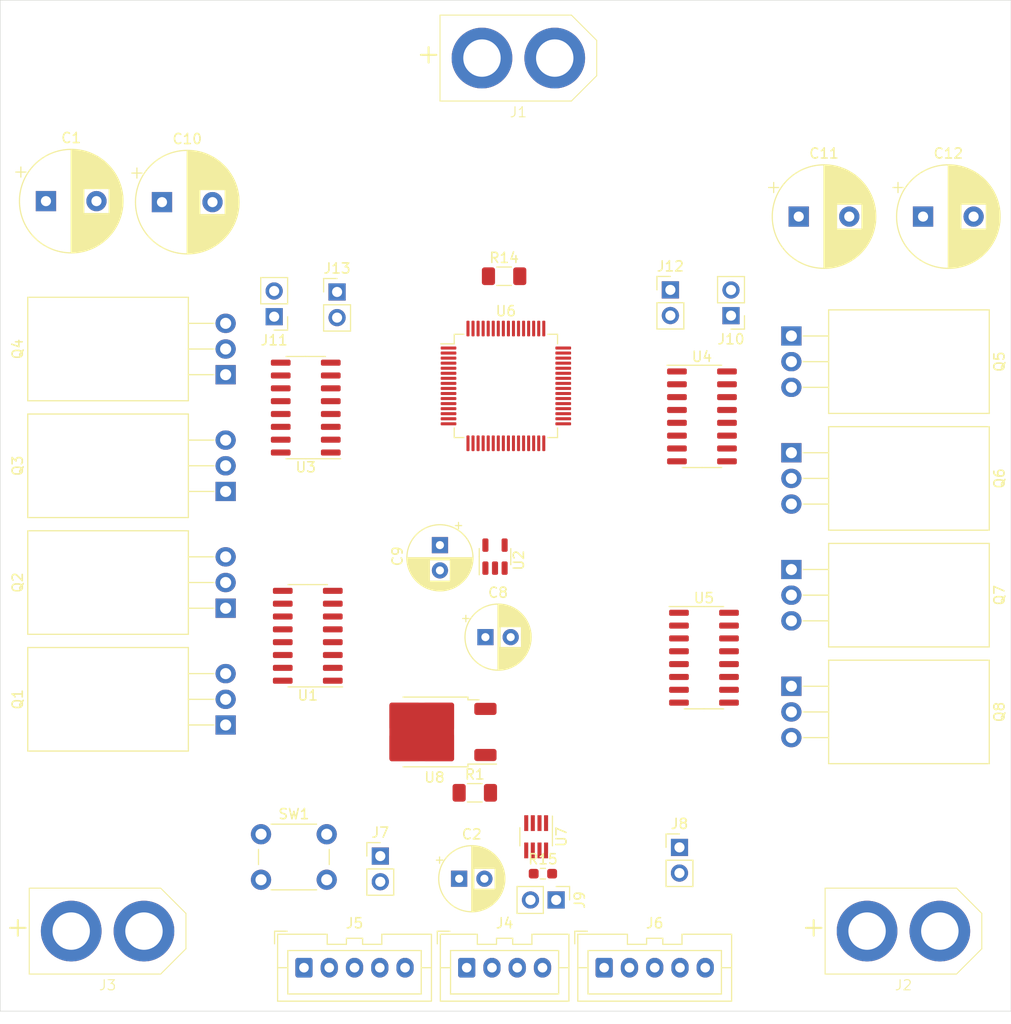
<source format=kicad_pcb>
(kicad_pcb (version 20221018) (generator pcbnew)
  (layers (0 "F.Cu" signal) (31 "B.Cu" signal) (34 "B.Paste" user) (35 "F.Paste" user) (36 "B.SilkS" user "B.Silkscreen") (37 "F.SilkS" user "F.Silkscreen") (38 "B.Mask" user) (39 "F.Mask" user) (44 "Edge.Cuts" user))
  (net 0 "")
  (net 1 "Vdrive")
  (net 2 "Net-(Q1-G)")
  (net 3 "/Driver/H-bridge_left")
  (net 4 "Net-(Q2-G)")
  (net 5 "GND2")
  (net 6 "Net-(Q3-G)")
  (net 7 "/Driver/H-bridge_right")
  (net 8 "Net-(Q4-G)")
  (net 9 "Net-(Q5-G)")
  (net 10 "/Driver1/H-bridge_left")
  (net 11 "Net-(Q6-G)")
  (net 12 "Net-(Q7-G)")
  (net 13 "/Driver1/H-bridge_right")
  (net 14 "Net-(Q8-G)")
  (net 15 "/Driver/Left_Highside_PWM_IN")
  (net 16 "/Driver/Left_Lowside_PWM_IN")
  (net 17 "+3.3V")
  (net 18 "GND1")
  (net 21 "Net-(U1-VOB)")
  (net 24 "Net-(U1-VOA)")
  (net 25 "Net-(U1-VDDA)")
  (net 26 "+5V")
  (net 28 "/Driver/Right_Highside_PWM_IN")
  (net 29 "/Driver/Right_Lowside_PWM_IN")
  (net 32 "Net-(U3-VOB)")
  (net 35 "Net-(U3-VOA)")
  (net 36 "Net-(U3-VDDA)")
  (net 37 "/Driver1/Left_Highside_PWM_IN")
  (net 38 "/Driver1/Left_Lowside_PWM_IN")
  (net 41 "Net-(U4-VOB)")
  (net 44 "Net-(U4-VOA)")
  (net 45 "Net-(U4-VDDA)")
  (net 46 "/Driver1/Right_Highside_PWM_IN")
  (net 47 "/Driver1/Right_Lowside_PWM_IN")
  (net 50 "Net-(U5-VOB)")
  (net 53 "Net-(U5-VOA)")
  (net 54 "Net-(U5-VDDA)")
  (net 55 "+12V")
  (net 59 "Net-(U6-PH0)")
  (net 60 "Net-(U6-PH1)")
  (net 66 "VDDA")
  (net 82 "Net-(U6-VCAP_1)")
  (net 85 "Net-(U6-PB14)")
  (net 86 "Net-(U6-PB15)")
  (net 94 "/STM32F405/CAN_RX")
  (net 95 "/STM32F405/CAN_TX")
  (net 96 "/STM32F405/SWDIO")
  (net 97 "Net-(U6-VCAP_2)")
  (net 98 "/STM32F405/SWCLK")
  (net 109 "Net-(U6-BOOT0)")
  (net 112 "Net-(J4-Pin_3)")
  (net 113 "Net-(J5-Pin_4)")
  (net 115 "Net-(J6-Pin_4)")
  (net 117 "Net-(J4-Pin_4)")
  (net 118 "Net-(J9-Pin_2)")
  (net 123 "/Driver/Gate_power")
  (net 124 "/Driver1/Gate_power")
  (net 125 "Net-(U6-NRST)")
  (footprint "Capacitor_THT:CP_Radial_D6.3mm_P2.50mm" (layer "F.Cu") (at 138.5 93.9 -90)
    (fp_text reference "C9" (at 1.1 4.2 90) (layer "F.SilkS"))
    (fp_text value "100u")
    (pad "1" thru_hole rect (at 0 0 270) (size 1.6 1.6) (drill 0.8) (layers "*.Cu" "*.Mask") (net 17 "+3.3V"))
    (pad "2" thru_hole circle (at 2.5 0 270) (size 1.6 1.6) (drill 0.8) (layers "*.Cu" "*.Mask") (net 18 "GND1"))
  )
  (footprint "Connector_PinHeader_2.54mm:PinHeader_1x02_P2.54mm_Vertical" (layer "F.Cu") (at 162.2 123.8)
    (fp_text reference "J8" (at 0 -2.33) (layer "F.SilkS"))
    (fp_text value "Z_jumper")
    (pad "1" thru_hole rect (at 0 0) (size 1.7 1.7) (drill 1) (layers "*.Cu" "*.Mask") (net 115 "Net-(J6-Pin_4)"))
    (pad "2" thru_hole oval (at 0 2.54) (size 1.7 1.7) (drill 1) (layers "*.Cu" "*.Mask"))
  )
  (footprint "Package_QFP:LQFP-64_10x10mm_P0.5mm" (layer "F.Cu") (at 145.025 78.15)
    (fp_text reference "U6" (at 0 -7.4) (layer "F.SilkS"))
    (fp_text value "STM32F405RGTx")
    (pad "1" smd roundrect (at -5.675 -3.75) (size 1.55 0.3) (layers "F.Cu" "F.Paste" "F.Mask") (net 17 "+3.3V"))
    (pad "2" smd roundrect (at -5.675 -3.25) (size 1.55 0.3) (layers "F.Cu" "F.Paste" "F.Mask"))
    (pad "3" smd roundrect (at -5.675 -2.75) (size 1.55 0.3) (layers "F.Cu" "F.Paste" "F.Mask"))
    (pad "4" smd roundrect (at -5.675 -2.25) (size 1.55 0.3) (layers "F.Cu" "F.Paste" "F.Mask"))
    (pad "5" smd roundrect (at -5.675 -1.75) (size 1.55 0.3) (layers "F.Cu" "F.Paste" "F.Mask") (net 59 "Net-(U6-PH0)"))
    (pad "6" smd roundrect (at -5.675 -1.25) (size 1.55 0.3) (layers "F.Cu" "F.Paste" "F.Mask") (net 60 "Net-(U6-PH1)"))
    (pad "7" smd roundrect (at -5.675 -0.75) (size 1.55 0.3) (layers "F.Cu" "F.Paste" "F.Mask") (net 125 "Net-(U6-NRST)"))
    (pad "8" smd roundrect (at -5.675 -0.25) (size 1.55 0.3) (layers "F.Cu" "F.Paste" "F.Mask"))
    (pad "9" smd roundrect (at -5.675 0.25) (size 1.55 0.3) (layers "F.Cu" "F.Paste" "F.Mask"))
    (pad "10" smd roundrect (at -5.675 0.75) (size 1.55 0.3) (layers "F.Cu" "F.Paste" "F.Mask"))
    (pad "11" smd roundrect (at -5.675 1.25) (size 1.55 0.3) (layers "F.Cu" "F.Paste" "F.Mask"))
    (pad "12" smd roundrect (at -5.675 1.75) (size 1.55 0.3) (layers "F.Cu" "F.Paste" "F.Mask") (net 18 "GND1"))
    (pad "13" smd roundrect (at -5.675 2.25) (size 1.55 0.3) (layers "F.Cu" "F.Paste" "F.Mask") (net 66 "VDDA"))
    (pad "14" smd roundrect (at -5.675 2.75) (size 1.55 0.3) (layers "F.Cu" "F.Paste" "F.Mask"))
    (pad "15" smd roundrect (at -5.675 3.25) (size 1.55 0.3) (layers "F.Cu" "F.Paste" "F.Mask"))
    (pad "16" smd roundrect (at -5.675 3.75) (size 1.55 0.3) (layers "F.Cu" "F.Paste" "F.Mask"))
    (pad "17" smd roundrect (at -3.75 5.675) (size 0.3 1.55) (layers "F.Cu" "F.Paste" "F.Mask"))
    (pad "18" smd roundrect (at -3.25 5.675) (size 0.3 1.55) (layers "F.Cu" "F.Paste" "F.Mask") (net 18 "GND1"))
    (pad "19" smd roundrect (at -2.75 5.675) (size 0.3 1.55) (layers "F.Cu" "F.Paste" "F.Mask") (net 17 "+3.3V"))
    (pad "20" smd roundrect (at -2.25 5.675) (size 0.3 1.55) (layers "F.Cu" "F.Paste" "F.Mask"))
    (pad "21" smd roundrect (at -1.75 5.675) (size 0.3 1.55) (layers "F.Cu" "F.Paste" "F.Mask"))
    (pad "22" smd roundrect (at -1.25 5.675) (size 0.3 1.55) (layers "F.Cu" "F.Paste" "F.Mask"))
    (pad "23" smd roundrect (at -0.75 5.675) (size 0.3 1.55) (layers "F.Cu" "F.Paste" "F.Mask"))
    (pad "24" smd roundrect (at -0.25 5.675) (size 0.3 1.55) (layers "F.Cu" "F.Paste" "F.Mask"))
    (pad "25" smd roundrect (at 0.25 5.675) (size 0.3 1.55) (layers "F.Cu" "F.Paste" "F.Mask"))
    (pad "26" smd roundrect (at 0.75 5.675) (size 0.3 1.55) (layers "F.Cu" "F.Paste" "F.Mask"))
    (pad "27" smd roundrect (at 1.25 5.675) (size 0.3 1.55) (layers "F.Cu" "F.Paste" "F.Mask"))
    (pad "28" smd roundrect (at 1.75 5.675) (size 0.3 1.55) (layers "F.Cu" "F.Paste" "F.Mask"))
    (pad "29" smd roundrect (at 2.25 5.675) (size 0.3 1.55) (layers "F.Cu" "F.Paste" "F.Mask"))
    (pad "30" smd roundrect (at 2.75 5.675) (size 0.3 1.55) (layers "F.Cu" "F.Paste" "F.Mask"))
    (pad "31" smd roundrect (at 3.25 5.675) (size 0.3 1.55) (layers "F.Cu" "F.Paste" "F.Mask") (net 82 "Net-(U6-VCAP_1)"))
    (pad "32" smd roundrect (at 3.75 5.675) (size 0.3 1.55) (layers "F.Cu" "F.Paste" "F.Mask") (net 17 "+3.3V"))
    (pad "33" smd roundrect (at 5.675 3.75) (size 1.55 0.3) (layers "F.Cu" "F.Paste" "F.Mask"))
    (pad "34" smd roundrect (at 5.675 3.25) (size 1.55 0.3) (layers "F.Cu" "F.Paste" "F.Mask"))
    (pad "35" smd roundrect (at 5.675 2.75) (size 1.55 0.3) (layers "F.Cu" "F.Paste" "F.Mask") (net 85 "Net-(U6-PB14)"))
    (pad "36" smd roundrect (at 5.675 2.25) (size 1.55 0.3) (layers "F.Cu" "F.Paste" "F.Mask") (net 86 "Net-(U6-PB15)"))
    (pad "37" smd roundrect (at 5.675 1.75) (size 1.55 0.3) (layers "F.Cu" "F.Paste" "F.Mask"))
    (pad "38" smd roundrect (at 5.675 1.25) (size 1.55 0.3) (layers "F.Cu" "F.Paste" "F.Mask"))
    (pad "39" smd roundrect (at 5.675 0.75) (size 1.55 0.3) (layers "F.Cu" "F.Paste" "F.Mask"))
    (pad "40" smd roundrect (at 5.675 0.25) (size 1.55 0.3) (layers "F.Cu" "F.Paste" "F.Mask"))
    (pad "41" smd roundrect (at 5.675 -0.25) (size 1.55 0.3) (layers "F.Cu" "F.Paste" "F.Mask"))
    (pad "42" smd roundrect (at 5.675 -0.75) (size 1.55 0.3) (layers "F.Cu" "F.Paste" "F.Mask"))
    (pad "43" smd roundrect (at 5.675 -1.25) (size 1.55 0.3) (layers "F.Cu" "F.Paste" "F.Mask"))
    (pad "44" smd roundrect (at 5.675 -1.75) (size 1.55 0.3) (layers "F.Cu" "F.Paste" "F.Mask") (net 94 "/STM32F405/CAN_RX"))
    (pad "45" smd roundrect (at 5.675 -2.25) (size 1.55 0.3) (layers "F.Cu" "F.Paste" "F.Mask") (net 95 "/STM32F405/CAN_TX"))
    (pad "46" smd roundrect (at 5.675 -2.75) (size 1.55 0.3) (layers "F.Cu" "F.Paste" "F.Mask") (net 96 "/STM32F405/SWDIO"))
    (pad "47" smd roundrect (at 5.675 -3.25) (size 1.55 0.3) (layers "F.Cu" "F.Paste" "F.Mask") (net 97 "Net-(U6-VCAP_2)"))
    (pad "48" smd roundrect (at 5.675 -3.75) (size 1.55 0.3) (layers "F.Cu" "F.Paste" "F.Mask") (net 17 "+3.3V"))
    (pad "49" smd roundrect (at 3.75 -5.675) (size 0.3 1.55) (layers "F.Cu" "F.Paste" "F.Mask") (net 98 "/STM32F405/SWCLK"))
    (pad "50" smd roundrect (at 3.25 -5.675) (size 0.3 1.55) (layers "F.Cu" "F.Paste" "F.Mask"))
    (pad "51" smd roundrect (at 2.75 -5.675) (size 0.3 1.55) (layers "F.Cu" "F.Paste" "F.Mask"))
    (pad "52" smd roundrect (at 2.25 -5.675) (size 0.3 1.55) (layers "F.Cu" "F.Paste" "F.Mask"))
    (pad "53" smd roundrect (at 1.75 -5.675) (size 0.3 1.55) (layers "F.Cu" "F.Paste" "F.Mask"))
    (pad "54" smd roundrect (at 1.25 -5.675) (size 0.3 1.55) (layers "F.Cu" "F.Paste" "F.Mask"))
    (pad "55" smd roundrect (at 0.75 -5.675) (size 0.3 1.55) (layers "F.Cu" "F.Paste" "F.Mask"))
    (pad "56" smd roundrect (at 0.25 -5.675) (size 0.3 1.55) (layers "F.Cu" "F.Paste" "F.Mask"))
    (pad "57" smd roundrect (at -0.25 -5.675) (size 0.3 1.55) (layers "F.Cu" "F.Paste" "F.Mask"))
    (pad "58" smd roundrect (at -0.75 -5.675) (size 0.3 1.55) (layers "F.Cu" "F.Paste" "F.Mask"))
    (pad "59" smd roundrect (at -1.25 -5.675) (size 0.3 1.55) (layers "F.Cu" "F.Paste" "F.Mask"))
    (pad "60" smd roundrect (at -1.75 -5.675) (size 0.3 1.55) (layers "F.Cu" "F.Paste" "F.Mask") (net 109 "Net-(U6-BOOT0)"))
    (pad "61" smd roundrect (at -2.25 -5.675) (size 0.3 1.55) (layers "F.Cu" "F.Paste" "F.Mask"))
    (pad "62" smd roundrect (at -2.75 -5.675) (size 0.3 1.55) (layers "F.Cu" "F.Paste" "F.Mask"))
    (pad "63" smd roundrect (at -3.25 -5.675) (size 0.3 1.55) (layers "F.Cu" "F.Paste" "F.Mask") (net 18 "GND1"))
    (pad "64" smd roundrect (at -3.75 -5.675) (size 0.3 1.55) (layers "F.Cu" "F.Paste" "F.Mask") (net 17 "+3.3V"))
  )
  (footprint "Package_SO:SOIC-16_3.9x9.9mm_P1.27mm" (layer "F.Cu") (at 164.625 105.035)
    (fp_text reference "U5" (at 0 -5.9) (layer "F.SilkS"))
    (fp_text value "~")
    (pad "1" smd roundrect (at -2.475 -4.445) (size 1.95 0.6) (layers "F.Cu" "F.Paste" "F.Mask") (net 46 "/Driver1/Right_Highside_PWM_IN"))
    (pad "2" smd roundrect (at -2.475 -3.175) (size 1.95 0.6) (layers "F.Cu" "F.Paste" "F.Mask") (net 47 "/Driver1/Right_Lowside_PWM_IN"))
    (pad "3" smd roundrect (at -2.475 -1.905) (size 1.95 0.6) (layers "F.Cu" "F.Paste" "F.Mask") (net 17 "+3.3V"))
    (pad "4" smd roundrect (at -2.475 -0.635) (size 1.95 0.6) (layers "F.Cu" "F.Paste" "F.Mask") (net 18 "GND1"))
    (pad "5" smd roundrect (at -2.475 0.635) (size 1.95 0.6) (layers "F.Cu" "F.Paste" "F.Mask") (net 18 "GND1"))
    (pad "6" smd roundrect (at -2.475 1.905) (size 1.95 0.6) (layers "F.Cu" "F.Paste" "F.Mask"))
    (pad "7" smd roundrect (at -2.475 3.175) (size 1.95 0.6) (layers "F.Cu" "F.Paste" "F.Mask"))
    (pad "8" smd roundrect (at -2.475 4.445) (size 1.95 0.6) (layers "F.Cu" "F.Paste" "F.Mask") (net 17 "+3.3V"))
    (pad "9" smd roundrect (at 2.475 4.445) (size 1.95 0.6) (layers "F.Cu" "F.Paste" "F.Mask") (net 5 "GND2"))
    (pad "10" smd roundrect (at 2.475 3.175) (size 1.95 0.6) (layers "F.Cu" "F.Paste" "F.Mask") (net 50 "Net-(U5-VOB)"))
    (pad "11" smd roundrect (at 2.475 1.905) (size 1.95 0.6) (layers "F.Cu" "F.Paste" "F.Mask") (net 13 "/Driver1/H-bridge_right"))
    (pad "12" smd roundrect (at 2.475 0.635) (size 1.95 0.6) (layers "F.Cu" "F.Paste" "F.Mask"))
    (pad "13" smd roundrect (at 2.475 -0.635) (size 1.95 0.6) (layers "F.Cu" "F.Paste" "F.Mask"))
    (pad "14" smd roundrect (at 2.475 -1.905) (size 1.95 0.6) (layers "F.Cu" "F.Paste" "F.Mask") (net 13 "/Driver1/H-bridge_right"))
    (pad "15" smd roundrect (at 2.475 -3.175) (size 1.95 0.6) (layers "F.Cu" "F.Paste" "F.Mask") (net 53 "Net-(U5-VOA)"))
    (pad "16" smd roundrect (at 2.475 -4.445) (size 1.95 0.6) (layers "F.Cu" "F.Paste" "F.Mask") (net 54 "Net-(U5-VDDA)"))
  )
  (footprint "Package_SO:SOIC-16_3.9x9.9mm_P1.27mm" (layer "F.Cu") (at 164.425 81.165)
    (fp_text reference "U4" (at 0 -5.9) (layer "F.SilkS"))
    (fp_text value "~")
    (pad "1" smd roundrect (at -2.475 -4.445) (size 1.95 0.6) (layers "F.Cu" "F.Paste" "F.Mask") (net 37 "/Driver1/Left_Highside_PWM_IN"))
    (pad "2" smd roundrect (at -2.475 -3.175) (size 1.95 0.6) (layers "F.Cu" "F.Paste" "F.Mask") (net 38 "/Driver1/Left_Lowside_PWM_IN"))
    (pad "3" smd roundrect (at -2.475 -1.905) (size 1.95 0.6) (layers "F.Cu" "F.Paste" "F.Mask") (net 17 "+3.3V"))
    (pad "4" smd roundrect (at -2.475 -0.635) (size 1.95 0.6) (layers "F.Cu" "F.Paste" "F.Mask") (net 18 "GND1"))
    (pad "5" smd roundrect (at -2.475 0.635) (size 1.95 0.6) (layers "F.Cu" "F.Paste" "F.Mask") (net 18 "GND1"))
    (pad "6" smd roundrect (at -2.475 1.905) (size 1.95 0.6) (layers "F.Cu" "F.Paste" "F.Mask"))
    (pad "7" smd roundrect (at -2.475 3.175) (size 1.95 0.6) (layers "F.Cu" "F.Paste" "F.Mask"))
    (pad "8" smd roundrect (at -2.475 4.445) (size 1.95 0.6) (layers "F.Cu" "F.Paste" "F.Mask") (net 17 "+3.3V"))
    (pad "9" smd roundrect (at 2.475 4.445) (size 1.95 0.6) (layers "F.Cu" "F.Paste" "F.Mask") (net 5 "GND2"))
    (pad "10" smd roundrect (at 2.475 3.175) (size 1.95 0.6) (layers "F.Cu" "F.Paste" "F.Mask") (net 41 "Net-(U4-VOB)"))
    (pad "11" smd roundrect (at 2.475 1.905) (size 1.95 0.6) (layers "F.Cu" "F.Paste" "F.Mask") (net 10 "/Driver1/H-bridge_left"))
    (pad "12" smd roundrect (at 2.475 0.635) (size 1.95 0.6) (layers "F.Cu" "F.Paste" "F.Mask"))
    (pad "13" smd roundrect (at 2.475 -0.635) (size 1.95 0.6) (layers "F.Cu" "F.Paste" "F.Mask"))
    (pad "14" smd roundrect (at 2.475 -1.905) (size 1.95 0.6) (layers "F.Cu" "F.Paste" "F.Mask") (net 10 "/Driver1/H-bridge_left"))
    (pad "15" smd roundrect (at 2.475 -3.175) (size 1.95 0.6) (layers "F.Cu" "F.Paste" "F.Mask") (net 44 "Net-(U4-VOA)"))
    (pad "16" smd roundrect (at 2.475 -4.445) (size 1.95 0.6) (layers "F.Cu" "F.Paste" "F.Mask") (net 45 "Net-(U4-VDDA)"))
  )
  (footprint "Button_Switch_THT:SW_PUSH_6mm" (layer "F.Cu") (at 120.8 122.5)
    (fp_text reference "SW1" (at 3.25 -2) (layer "F.SilkS"))
    (fp_text value "SW_MEC_5G")
    (pad "1" thru_hole circle (at 0 0 90) (size 2 2) (drill 1.1) (layers "*.Cu" "*.Mask") (net 18 "GND1"))
    (pad "1" thru_hole circle (at 6.5 0 90) (size 2 2) (drill 1.1) (layers "*.Cu" "*.Mask") (net 18 "GND1"))
    (pad "2" thru_hole circle (at 0 4.5 90) (size 2 2) (drill 1.1) (layers "*.Cu" "*.Mask") (net 18 "GND1"))
    (pad "2" thru_hole circle (at 6.5 4.5 90) (size 2 2) (drill 1.1) (layers "*.Cu" "*.Mask") (net 18 "GND1"))
  )
  (footprint "Connector_PinHeader_2.54mm:PinHeader_1x02_P2.54mm_Vertical" (layer "F.Cu") (at 132.6 124.66)
    (fp_text reference "J7" (at 0 -2.33) (layer "F.SilkS"))
    (fp_text value "Z_jumper")
    (pad "1" thru_hole rect (at 0 0) (size 1.7 1.7) (drill 1) (layers "*.Cu" "*.Mask") (net 113 "Net-(J5-Pin_4)"))
    (pad "2" thru_hole oval (at 0 2.54) (size 1.7 1.7) (drill 1) (layers "*.Cu" "*.Mask"))
  )
  (footprint "Package_SO:SOIC-16_3.9x9.9mm_P1.27mm" (layer "F.Cu") (at 125.225 80.295 180)
    (fp_text reference "U3" (at 0 -5.9) (layer "F.SilkS"))
    (fp_text value "~")
    (pad "1" smd roundrect (at -2.475 -4.445 180) (size 1.95 0.6) (layers "F.Cu" "F.Paste" "F.Mask") (net 28 "/Driver/Right_Highside_PWM_IN"))
    (pad "2" smd roundrect (at -2.475 -3.175 180) (size 1.95 0.6) (layers "F.Cu" "F.Paste" "F.Mask") (net 29 "/Driver/Right_Lowside_PWM_IN"))
    (pad "3" smd roundrect (at -2.475 -1.905 180) (size 1.95 0.6) (layers "F.Cu" "F.Paste" "F.Mask") (net 17 "+3.3V"))
    (pad "4" smd roundrect (at -2.475 -0.635 180) (size 1.95 0.6) (layers "F.Cu" "F.Paste" "F.Mask") (net 18 "GND1"))
    (pad "5" smd roundrect (at -2.475 0.635 180) (size 1.95 0.6) (layers "F.Cu" "F.Paste" "F.Mask") (net 18 "GND1"))
    (pad "6" smd roundrect (at -2.475 1.905 180) (size 1.95 0.6) (layers "F.Cu" "F.Paste" "F.Mask"))
    (pad "7" smd roundrect (at -2.475 3.175 180) (size 1.95 0.6) (layers "F.Cu" "F.Paste" "F.Mask"))
    (pad "8" smd roundrect (at -2.475 4.445 180) (size 1.95 0.6) (layers "F.Cu" "F.Paste" "F.Mask") (net 17 "+3.3V"))
    (pad "9" smd roundrect (at 2.475 4.445 180) (size 1.95 0.6) (layers "F.Cu" "F.Paste" "F.Mask") (net 5 "GND2"))
    (pad "10" smd roundrect (at 2.475 3.175 180) (size 1.95 0.6) (layers "F.Cu" "F.Paste" "F.Mask") (net 32 "Net-(U3-VOB)"))
    (pad "11" smd roundrect (at 2.475 1.905 180) (size 1.95 0.6) (layers "F.Cu" "F.Paste" "F.Mask") (net 7 "/Driver/H-bridge_right"))
    (pad "12" smd roundrect (at 2.475 0.635 180) (size 1.95 0.6) (layers "F.Cu" "F.Paste" "F.Mask"))
    (pad "13" smd roundrect (at 2.475 -0.635 180) (size 1.95 0.6) (layers "F.Cu" "F.Paste" "F.Mask"))
    (pad "14" smd roundrect (at 2.475 -1.905 180) (size 1.95 0.6) (layers "F.Cu" "F.Paste" "F.Mask") (net 7 "/Driver/H-bridge_right"))
    (pad "15" smd roundrect (at 2.475 -3.175 180) (size 1.95 0.6) (layers "F.Cu" "F.Paste" "F.Mask") (net 35 "Net-(U3-VOA)"))
    (pad "16" smd roundrect (at 2.475 -4.445 180) (size 1.95 0.6) (layers "F.Cu" "F.Paste" "F.Mask") (net 36 "Net-(U3-VDDA)"))
  )
  (footprint "Package_TO_SOT_THT:TO-220-3_Horizontal_TabDown" (layer "F.Cu") (at 173.27 96.31 -90)
    (fp_text reference "Q7" (at 2.54 -20.58 90) (layer "F.SilkS"))
    (fp_text value "NMOS")
    (pad "" np_thru_hole oval (at 2.54 -16.66 270) (size 3.5 3.5) (drill 3.5) (layers "*.Cu" "*.Mask"))
    (pad "1" thru_hole rect (at 0 0 270) (size 1.905 2) (drill 1.1) (layers "*.Cu" "*.Mask") (net 1 "Vdrive"))
    (pad "2" thru_hole oval (at 2.54 0 270) (size 1.905 2) (drill 1.1) (layers "*.Cu" "*.Mask") (net 12 "Net-(Q7-G)"))
    (pad "3" thru_hole oval (at 5.08 0 270) (size 1.905 2) (drill 1.1) (layers "*.Cu" "*.Mask") (net 13 "/Driver1/H-bridge_right"))
  )
  (footprint "Capacitor_THT:CP_Radial_D6.3mm_P2.50mm" (layer "F.Cu") (at 143 103)
    (fp_text reference "C8" (at 1.25 -4.4) (layer "F.SilkS"))
    (fp_text value "100u")
    (pad "1" thru_hole rect (at 0 0) (size 1.6 1.6) (drill 0.8) (layers "*.Cu" "*.Mask") (net 26 "+5V"))
    (pad "2" thru_hole circle (at 2.5 0) (size 1.6 1.6) (drill 0.8) (layers "*.Cu" "*.Mask") (net 18 "GND1"))
  )
  (footprint "Package_TO_SOT_SMD:SOT-23-8_Handsoldering" (layer "F.Cu") (at 148.02 122.75 -90)
    (fp_text reference "U7" (at 0 -2.5 -270) (layer "F.SilkS"))
    (fp_text value "MAX3051")
    (pad "1" smd rect (at -1.35 -0.98 270) (size 1.56 0.4) (layers "F.Cu" "F.Paste" "F.Mask") (net 95 "/STM32F405/CAN_TX"))
    (pad "2" smd rect (at -1.35 -0.33 270) (size 1.56 0.4) (layers "F.Cu" "F.Paste" "F.Mask") (net 18 "GND1"))
    (pad "3" smd rect (at -1.35 0.33 270) (size 1.56 0.4) (layers "F.Cu" "F.Paste" "F.Mask") (net 17 "+3.3V"))
    (pad "4" smd rect (at -1.35 0.98 270) (size 1.56 0.4) (layers "F.Cu" "F.Paste" "F.Mask") (net 94 "/STM32F405/CAN_RX"))
    (pad "5" smd rect (at 1.35 0.98 270) (size 1.56 0.4) (layers "F.Cu" "F.Paste" "F.Mask") (net 18 "GND1"))
    (pad "6" smd rect (at 1.35 0.33 270) (size 1.56 0.4) (layers "F.Cu" "F.Paste" "F.Mask") (net 112 "Net-(J4-Pin_3)"))
    (pad "7" smd rect (at 1.35 -0.33 270) (size 1.56 0.4) (layers "F.Cu" "F.Paste" "F.Mask") (net 117 "Net-(J4-Pin_4)"))
    (pad "8" smd rect (at 1.35 -0.98 270) (size 1.56 0.4) (layers "F.Cu" "F.Paste" "F.Mask"))
  )
  (footprint "Package_TO_SOT_THT:TO-220-3_Horizontal_TabDown" (layer "F.Cu") (at 173.27 73.21 -90)
    (fp_text reference "Q5" (at 2.54 -20.58 90) (layer "F.SilkS"))
    (fp_text value "NMOS")
    (pad "" np_thru_hole oval (at 2.54 -16.66 270) (size 3.5 3.5) (drill 3.5) (layers "*.Cu" "*.Mask"))
    (pad "1" thru_hole rect (at 0 0 270) (size 1.905 2) (drill 1.1) (layers "*.Cu" "*.Mask") (net 1 "Vdrive"))
    (pad "2" thru_hole oval (at 2.54 0 270) (size 1.905 2) (drill 1.1) (layers "*.Cu" "*.Mask") (net 9 "Net-(Q5-G)"))
    (pad "3" thru_hole oval (at 5.08 0 270) (size 1.905 2) (drill 1.1) (layers "*.Cu" "*.Mask") (net 10 "/Driver1/H-bridge_left"))
  )
  (footprint "Package_TO_SOT_THT:TO-220-3_Horizontal_TabDown" (layer "F.Cu") (at 117.3 88.59 90)
    (fp_text reference "Q3" (at 2.54 -20.58 90) (layer "F.SilkS"))
    (fp_text value "NMOS")
    (pad "" np_thru_hole oval (at 2.54 -16.66 90) (size 3.5 3.5) (drill 3.5) (layers "*.Cu" "*.Mask"))
    (pad "1" thru_hole rect (at 0 0 90) (size 1.905 2) (drill 1.1) (layers "*.Cu" "*.Mask") (net 1 "Vdrive"))
    (pad "2" thru_hole oval (at 2.54 0 90) (size 1.905 2) (drill 1.1) (layers "*.Cu" "*.Mask") (net 6 "Net-(Q3-G)"))
    (pad "3" thru_hole oval (at 5.08 0 90) (size 1.905 2) (drill 1.1) (layers "*.Cu" "*.Mask") (net 7 "/Driver/H-bridge_right"))
  )
  (footprint "Package_TO_SOT_THT:TO-220-3_Horizontal_TabDown" (layer "F.Cu") (at 173.27 107.86 -90)
    (fp_text reference "Q8" (at 2.54 -20.58 90) (layer "F.SilkS"))
    (fp_text value "NMOS")
    (pad "" np_thru_hole oval (at 2.54 -16.66 270) (size 3.5 3.5) (drill 3.5) (layers "*.Cu" "*.Mask"))
    (pad "1" thru_hole rect (at 0 0 270) (size 1.905 2) (drill 1.1) (layers "*.Cu" "*.Mask") (net 13 "/Driver1/H-bridge_right"))
    (pad "2" thru_hole oval (at 2.54 0 270) (size 1.905 2) (drill 1.1) (layers "*.Cu" "*.Mask") (net 14 "Net-(Q8-G)"))
    (pad "3" thru_hole oval (at 5.08 0 270) (size 1.905 2) (drill 1.1) (layers "*.Cu" "*.Mask") (net 5 "GND2"))
  )
  (footprint "Resistor_SMD:R_0603_1608Metric_Pad0.98x0.95mm_HandSolder" (layer "F.Cu") (at 148.6875 126.4)
    (fp_text reference "R15" (at 0 -1.43) (layer "F.SilkS"))
    (fp_text value "120")
    (pad "1" smd roundrect (at -0.9125 0) (size 0.975 0.95) (layers "F.Cu" "F.Paste" "F.Mask") (net 118 "Net-(J9-Pin_2)"))
    (pad "2" smd roundrect (at 0.9125 0) (size 0.975 0.95) (layers "F.Cu" "F.Paste" "F.Mask") (net 112 "Net-(J4-Pin_3)"))
  )
  (footprint "Package_TO_SOT_THT:TO-220-3_Horizontal_TabDown" (layer "F.Cu") (at 173.27 84.76 -90)
    (fp_text reference "Q6" (at 2.54 -20.58 90) (layer "F.SilkS"))
    (fp_text value "NMOS")
    (pad "" np_thru_hole oval (at 2.54 -16.66 270) (size 3.5 3.5) (drill 3.5) (layers "*.Cu" "*.Mask"))
    (pad "1" thru_hole rect (at 0 0 270) (size 1.905 2) (drill 1.1) (layers "*.Cu" "*.Mask") (net 10 "/Driver1/H-bridge_left"))
    (pad "2" thru_hole oval (at 2.54 0 270) (size 1.905 2) (drill 1.1) (layers "*.Cu" "*.Mask") (net 11 "Net-(Q6-G)"))
    (pad "3" thru_hole oval (at 5.08 0 270) (size 1.905 2) (drill 1.1) (layers "*.Cu" "*.Mask") (net 5 "GND2"))
  )
  (footprint "Capacitor_THT:CP_Radial_D10.0mm_P5.00mm" (layer "F.Cu") (at 111 59.97)
    (fp_text reference "C10" (at 2.5 -6.25) (layer "F.SilkS"))
    (fp_text value "330u")
    (pad "1" thru_hole rect (at 0 0) (size 2 2) (drill 1) (layers "*.Cu" "*.Mask") (net 1 "Vdrive"))
    (pad "2" thru_hole circle (at 5 0) (size 2 2) (drill 1) (layers "*.Cu" "*.Mask") (net 5 "GND2"))
  )
  (footprint "Connector_PinHeader_2.54mm:PinHeader_1x02_P2.54mm_Vertical" (layer "F.Cu") (at 150 129 -90)
    (fp_text reference "J9" (at 0 -2.33 -270) (layer "F.SilkS"))
    (fp_text value "Conn_02x01")
    (pad "1" thru_hole rect (at 0 0 270) (size 1.7 1.7) (drill 1) (layers "*.Cu" "*.Mask") (net 117 "Net-(J4-Pin_4)"))
    (pad "2" thru_hole oval (at 0 2.54 270) (size 1.7 1.7) (drill 1) (layers "*.Cu" "*.Mask") (net 118 "Net-(J9-Pin_2)"))
  )
  (footprint "Package_TO_SOT_SMD:TO-252-2" (layer "F.Cu") (at 137.96 112.38 180)
    (fp_text reference "U8" (at 0 -4.5) (layer "F.SilkS"))
    (fp_text value "L78M05ABDT-TR")
    (pad "1" smd roundrect (at -5.04 -2.28 180) (size 2.2 1.2) (layers "F.Cu" "F.Paste" "F.Mask") (roundrect_rratio 0.208333) (net 55 "+12V"))
    (pad "2" smd roundrect (at -0.415 -1.525 180) (size 3.05 2.75) (layers "F.Cu" "F.Paste") (roundrect_rratio 0.090909) (net 18 "GND1"))
    (pad "2" smd roundrect (at -0.415 1.525 180) (size 3.05 2.75) (layers "F.Cu" "F.Paste") (roundrect_rratio 0.090909) (net 18 "GND1"))
    (pad "2" smd roundrect (at 1.26 0 180) (size 6.4 5.8) (layers "F.Cu" "F.Mask") (roundrect_rratio 0.043103) (net 18 "GND1"))
    (pad "2" smd roundrect (at 2.935 -1.525 180) (size 3.05 2.75) (layers "F.Cu" "F.Paste") (roundrect_rratio 0.090909) (net 18 "GND1"))
    (pad "2" smd roundrect (at 2.935 1.525 180) (size 3.05 2.75) (layers "F.Cu" "F.Paste") (roundrect_rratio 0.090909) (net 18 "GND1"))
    (pad "3" smd roundrect (at -5.04 2.28 180) (size 2.2 1.2) (layers "F.Cu" "F.Paste" "F.Mask") (roundrect_rratio 0.208333) (net 26 "+5V"))
  )
  (footprint "Package_SO:SOIC-16_3.9x9.9mm_P1.27mm" (layer "F.Cu") (at 125.425 102.865 180)
    (fp_text reference "U1" (at 0 -5.9) (layer "F.SilkS"))
    (fp_text value "~")
    (pad "1" smd roundrect (at -2.475 -4.445 180) (size 1.95 0.6) (layers "F.Cu" "F.Paste" "F.Mask") (net 15 "/Driver/Left_Highside_PWM_IN"))
    (pad "2" smd roundrect (at -2.475 -3.175 180) (size 1.95 0.6) (layers "F.Cu" "F.Paste" "F.Mask") (net 16 "/Driver/Left_Lowside_PWM_IN"))
    (pad "3" smd roundrect (at -2.475 -1.905 180) (size 1.95 0.6) (layers "F.Cu" "F.Paste" "F.Mask") (net 17 "+3.3V"))
    (pad "4" smd roundrect (at -2.475 -0.635 180) (size 1.95 0.6) (layers "F.Cu" "F.Paste" "F.Mask") (net 18 "GND1"))
    (pad "5" smd roundrect (at -2.475 0.635 180) (size 1.95 0.6) (layers "F.Cu" "F.Paste" "F.Mask") (net 18 "GND1"))
    (pad "6" smd roundrect (at -2.475 1.905 180) (size 1.95 0.6) (layers "F.Cu" "F.Paste" "F.Mask"))
    (pad "7" smd roundrect (at -2.475 3.175 180) (size 1.95 0.6) (layers "F.Cu" "F.Paste" "F.Mask"))
    (pad "8" smd roundrect (at -2.475 4.445 180) (size 1.95 0.6) (layers "F.Cu" "F.Paste" "F.Mask") (net 17 "+3.3V"))
    (pad "9" smd roundrect (at 2.475 4.445 180) (size 1.95 0.6) (layers "F.Cu" "F.Paste" "F.Mask") (net 5 "GND2"))
    (pad "10" smd roundrect (at 2.475 3.175 180) (size 1.95 0.6) (layers "F.Cu" "F.Paste" "F.Mask") (net 21 "Net-(U1-VOB)"))
    (pad "11" smd roundrect (at 2.475 1.905 180) (size 1.95 0.6) (layers "F.Cu" "F.Paste" "F.Mask") (net 3 "/Driver/H-bridge_left"))
    (pad "12" smd roundrect (at 2.475 0.635 180) (size 1.95 0.6) (layers "F.Cu" "F.Paste" "F.Mask"))
    (pad "13" smd roundrect (at 2.475 -0.635 180) (size 1.95 0.6) (layers "F.Cu" "F.Paste" "F.Mask"))
    (pad "14" smd roundrect (at 2.475 -1.905 180) (size 1.95 0.6) (layers "F.Cu" "F.Paste" "F.Mask") (net 3 "/Driver/H-bridge_left"))
    (pad "15" smd roundrect (at 2.475 -3.175 180) (size 1.95 0.6) (layers "F.Cu" "F.Paste" "F.Mask") (net 24 "Net-(U1-VOA)"))
    (pad "16" smd roundrect (at 2.475 -4.445 180) (size 1.95 0.6) (layers "F.Cu" "F.Paste" "F.Mask") (net 25 "Net-(U1-VDDA)"))
  )
  (footprint "Connector_PinHeader_2.54mm:PinHeader_1x02_P2.54mm_Vertical" (layer "F.Cu") (at 167.3 71.2 180)
    (fp_text reference "J10" (at 0 -2.33) (layer "F.SilkS"))
    (fp_text value "Gate_PWR_Jump")
    (pad "1" thru_hole rect (at 0 0 180) (size 1.7 1.7) (drill 1) (layers "*.Cu" "*.Mask") (net 123 "/Driver/Gate_power"))
    (pad "2" thru_hole oval (at 0 2.54 180) (size 1.7 1.7) (drill 1) (layers "*.Cu" "*.Mask") (net 1 "Vdrive"))
  )
  (footprint "RDC_footprint:XT60" (layer "F.Cu") (at 146.26 49.77)
    (fp_text reference "J1" (at 0 1.3 unlocked) (layer "F.SilkS") (effects (font (thickness 0.1))))
    (fp_text value "XT60")
    (fp_text user "+" (at -10.25 -3.35 unlocked) (layer "F.SilkS") (effects (font (size 2 2) (thickness 0.2)) (justify left bottom)))
    (pad "1" thru_hole circle (at -3.6 -4.05) (size 6 6) (drill 3.7) (layers "*.Cu" "*.Mask") (net 3 "/Driver/H-bridge_left"))
    (pad "2" thru_hole circle (at 3.6 -4.05) (size 6 6) (drill 3.7) (layers "*.Cu" "*.Mask") (net 7 "/Driver/H-bridge_right"))
  )
  (footprint "Connector_JST:JST_XA_B05B-XASK-1_1x05_P2.50mm_Vertical" (layer "F.Cu") (at 154.75 135.7)
    (fp_text reference "J6" (at 5 -4.4) (layer "F.SilkS"))
    (fp_text value "Rotaly_encoder_2")
    (pad "1" thru_hole roundrect (at 0 0) (size 1.7 1.95) (drill 0.95) (layers "*.Cu" "*.Mask") (roundrect_rratio 0.147059))
    (pad "2" thru_hole oval (at 2.5 0) (size 1.7 1.95) (drill 0.95) (layers "*.Cu" "*.Mask") (net 26 "+5V"))
    (pad "3" thru_hole oval (at 5 0) (size 1.7 1.95) (drill 0.95) (layers "*.Cu" "*.Mask"))
    (pad "4" thru_hole oval (at 7.5 0) (size 1.7 1.95) (drill 0.95) (layers "*.Cu" "*.Mask") (net 115 "Net-(J6-Pin_4)"))
    (pad "5" thru_hole oval (at 10 0) (size 1.7 1.95) (drill 0.95) (layers "*.Cu" "*.Mask") (net 18 "GND1"))
  )
  (footprint "Package_TO_SOT_THT:TO-220-3_Horizontal_TabDown" (layer "F.Cu") (at 117.3 111.69 90)
    (fp_text reference "Q1" (at 2.54 -20.58 90) (layer "F.SilkS"))
    (fp_text value "NMOS")
    (pad "" np_thru_hole oval (at 2.54 -16.66 90) (size 3.5 3.5) (drill 3.5) (layers "*.Cu" "*.Mask"))
    (pad "1" thru_hole rect (at 0 0 90) (size 1.905 2) (drill 1.1) (layers "*.Cu" "*.Mask") (net 1 "Vdrive"))
    (pad "2" thru_hole oval (at 2.54 0 90) (size 1.905 2) (drill 1.1) (layers "*.Cu" "*.Mask") (net 2 "Net-(Q1-G)"))
    (pad "3" thru_hole oval (at 5.08 0 90) (size 1.905 2) (drill 1.1) (layers "*.Cu" "*.Mask") (net 3 "/Driver/H-bridge_left"))
  )
  (footprint "Capacitor_THT:CP_Radial_D6.3mm_P2.50mm" (layer "F.Cu") (at 140.4 126.9)
    (fp_text reference "C2" (at 1.25 -4.4) (layer "F.SilkS"))
    (fp_text value "100u")
    (pad "1" thru_hole rect (at 0 0) (size 1.6 1.6) (drill 0.8) (layers "*.Cu" "*.Mask") (net 55 "+12V"))
    (pad "2" thru_hole circle (at 2.5 0) (size 1.6 1.6) (drill 0.8) (layers "*.Cu" "*.Mask") (net 18 "GND1"))
  )
  (footprint "Package_TO_SOT_THT:TO-220-3_Horizontal_TabDown" (layer "F.Cu") (at 117.3 100.14 90)
    (fp_text reference "Q2" (at 2.54 -20.58 90) (layer "F.SilkS"))
    (fp_text value "NMOS")
    (pad "" np_thru_hole oval (at 2.54 -16.66 90) (size 3.5 3.5) (drill 3.5) (layers "*.Cu" "*.Mask"))
    (pad "1" thru_hole rect (at 0 0 90) (size 1.905 2) (drill 1.1) (layers "*.Cu" "*.Mask") (net 3 "/Driver/H-bridge_left"))
    (pad "2" thru_hole oval (at 2.54 0 90) (size 1.905 2) (drill 1.1) (layers "*.Cu" "*.Mask") (net 4 "Net-(Q2-G)"))
    (pad "3" thru_hole oval (at 5.08 0 90) (size 1.905 2) (drill 1.1) (layers "*.Cu" "*.Mask") (net 5 "GND2"))
  )
  (footprint "Resistor_SMD:R_1206_3216Metric_Pad1.30x1.75mm_HandSolder" (layer "F.Cu") (at 144.85 67.3)
    (fp_text reference "R14" (at 0 -1.82) (layer "F.SilkS"))
    (fp_text value "10k")
    (pad "1" smd roundrect (at -1.55 0) (size 1.3 1.75) (layers "F.Cu" "F.Paste" "F.Mask") (roundrect_rratio 0.192308) (net 109 "Net-(U6-BOOT0)"))
    (pad "2" smd roundrect (at 1.55 0) (size 1.3 1.75) (layers "F.Cu" "F.Paste" "F.Mask") (roundrect_rratio 0.192308) (net 18 "GND1"))
  )
  (footprint "RDC_footprint:XT60" (layer "F.Cu") (at 184.36 136.13)
    (fp_text reference "J2" (at 0 1.3 unlocked) (layer "F.SilkS") (effects (font (thickness 0.1))))
    (fp_text value "XT60")
    (fp_text user "+" (at -10.25 -3.35 unlocked) (layer "F.SilkS") (effects (font (size 2 2) (thickness 0.2)) (justify left bottom)))
    (pad "1" thru_hole circle (at -3.6 -4.05) (size 6 6) (drill 3.7) (layers "*.Cu" "*.Mask") (net 10 "/Driver1/H-bridge_left"))
    (pad "2" thru_hole circle (at 3.6 -4.05) (size 6 6) (drill 3.7) (layers "*.Cu" "*.Mask") (net 13 "/Driver1/H-bridge_right"))
  )
  (footprint "Connector_PinHeader_2.54mm:PinHeader_1x02_P2.54mm_Vertical" (layer "F.Cu") (at 122.1 71.3 180)
    (fp_text reference "J11" (at 0 -2.33) (layer "F.SilkS"))
    (fp_text value "Gate_PWR_Jump")
    (pad "1" thru_hole rect (at 0 0 180) (size 1.7 1.7) (drill 1) (layers "*.Cu" "*.Mask") (net 124 "/Driver1/Gate_power"))
    (pad "2" thru_hole oval (at 0 2.54 180) (size 1.7 1.7) (drill 1) (layers "*.Cu" "*.Mask") (net 1 "Vdrive"))
  )
  (footprint "Package_TO_SOT_SMD:SOT-23-5" (layer "F.Cu") (at 143.95 95.0375 90)
    (fp_text reference "U2" (at -0.3625 2.35 90) (layer "F.SilkS"))
    (fp_text value "NJM12877F")
    (pad "1" smd roundrect (at -1.1375 -0.95 90) (size 1.325 0.6) (layers "F.Cu" "F.Paste" "F.Mask") (net 26 "+5V"))
    (pad "2" smd roundrect (at -1.1375 0 90) (size 1.325 0.6) (layers "F.Cu" "F.Paste" "F.Mask") (net 18 "GND1"))
    (pad "3" smd roundrect (at -1.1375 0.95 90) (size 1.325 0.6) (layers "F.Cu" "F.Paste" "F.Mask") (net 26 "+5V"))
    (pad "4" smd roundrect (at 1.1375 0.95 90) (size 1.325 0.6) (layers "F.Cu" "F.Paste" "F.Mask"))
    (pad "5" smd roundrect (at 1.1375 -0.95 90) (size 1.325 0.6) (layers "F.Cu" "F.Paste" "F.Mask") (net 17 "+3.3V"))
  )
  (footprint "Connector_PinHeader_2.54mm:PinHeader_1x02_P2.54mm_Vertical" (layer "F.Cu") (at 161.3 68.65)
    (fp_text reference "J12" (at 0 -2.33) (layer "F.SilkS"))
    (fp_text value "EXPWR_GND")
    (pad "1" thru_hole rect (at 0 0) (size 1.7 1.7) (drill 1) (layers "*.Cu" "*.Mask") (net 5 "GND2"))
    (pad "2" thru_hole oval (at 0 2.54) (size 1.7 1.7) (drill 1) (layers "*.Cu" "*.Mask") (net 5 "GND2"))
  )
  (footprint "Capacitor_THT:CP_Radial_D10.0mm_P5.00mm" (layer "F.Cu") (at 99.52 59.87)
    (fp_text reference "C1" (at 2.5 -6.25) (layer "F.SilkS"))
    (fp_text value "330u")
    (pad "1" thru_hole rect (at 0 0) (size 2 2) (drill 1) (layers "*.Cu" "*.Mask") (net 1 "Vdrive"))
    (pad "2" thru_hole circle (at 5 0) (size 2 2) (drill 1) (layers "*.Cu" "*.Mask") (net 5 "GND2"))
  )
  (footprint "Capacitor_THT:CP_Radial_D10.0mm_P5.00mm" (layer "F.Cu") (at 186.3 61.4)
    (fp_text reference "C12" (at 2.5 -6.25) (layer "F.SilkS"))
    (fp_text value "330u")
    (pad "1" thru_hole rect (at 0 0) (size 2 2) (drill 1) (layers "*.Cu" "*.Mask") (net 1 "Vdrive"))
    (pad "2" thru_hole circle (at 5 0) (size 2 2) (drill 1) (layers "*.Cu" "*.Mask") (net 5 "GND2"))
  )
  (footprint "RDC_footprint:XT60" (layer "F.Cu") (at 105.62 136.13)
    (fp_text reference "J3" (at 0 1.3 unlocked) (layer "F.SilkS") (effects (font (thickness 0.1))))
    (fp_text value "XT60")
    (fp_text user "+" (at -10.25 -3.35 unlocked) (layer "F.SilkS") (effects (font (size 2 2) (thickness 0.2)) (justify left bottom)))
    (pad "1" thru_hole circle (at -3.6 -4.05) (size 6 6) (drill 3.7) (layers "*.Cu" "*.Mask") (net 1 "Vdrive"))
    (pad "2" thru_hole circle (at 3.6 -4.05) (size 6 6) (drill 3.7) (layers "*.Cu" "*.Mask") (net 5 "GND2"))
  )
  (footprint "Connector_JST:JST_XA_B04B-XASK-1_1x04_P2.50mm_Vertical" (layer "F.Cu") (at 141.15 135.7)
    (fp_text reference "J4" (at 3.75 -4.4) (layer "F.SilkS"))
    (fp_text value "CAN_Bus")
    (pad "1" thru_hole roundrect (at 0 0) (size 1.7 1.95) (drill 0.95) (layers "*.Cu" "*.Mask") (roundrect_rratio 0.147059) (net 55 "+12V"))
    (pad "2" thru_hole oval (at 2.5 0) (size 1.7 1.95) (drill 0.95) (layers "*.Cu" "*.Mask") (net 18 "GND1"))
    (pad "3" thru_hole oval (at 5 0) (size 1.7 1.95) (drill 0.95) (layers "*.Cu" "*.Mask") (net 112 "Net-(J4-Pin_3)"))
    (pad "4" thru_hole oval (at 7.5 0) (size 1.7 1.95) (drill 0.95) (layers "*.Cu" "*.Mask") (net 117 "Net-(J4-Pin_4)"))
  )
  (footprint "Package_TO_SOT_THT:TO-220-3_Horizontal_TabDown" (layer "F.Cu") (at 117.3 77.04 90)
    (fp_text reference "Q4" (at 2.54 -20.58 90) (layer "F.SilkS"))
    (fp_text value "NMOS")
    (pad "" np_thru_hole oval (at 2.54 -16.66 90) (size 3.5 3.5) (drill 3.5) (layers "*.Cu" "*.Mask"))
    (pad "1" thru_hole rect (at 0 0 90) (size 1.905 2) (drill 1.1) (layers "*.Cu" "*.Mask") (net 7 "/Driver/H-bridge_right"))
    (pad "2" thru_hole oval (at 2.54 0 90) (size 1.905 2) (drill 1.1) (layers "*.Cu" "*.Mask") (net 8 "Net-(Q4-G)"))
    (pad "3" thru_hole oval (at 5.08 0 90) (size 1.905 2) (drill 1.1) (layers "*.Cu" "*.Mask") (net 5 "GND2"))
  )
  (footprint "Capacitor_THT:CP_Radial_D10.0mm_P5.00mm" (layer "F.Cu") (at 174 61.4)
    (fp_text reference "C11" (at 2.5 -6.25) (layer "F.SilkS"))
    (fp_text value "330u")
    (pad "1" thru_hole rect (at 0 0) (size 2 2) (drill 1) (layers "*.Cu" "*.Mask") (net 1 "Vdrive"))
    (pad "2" thru_hole circle (at 5 0) (size 2 2) (drill 1) (layers "*.Cu" "*.Mask") (net 5 "GND2"))
  )
  (footprint "Resistor_SMD:R_1206_3216Metric_Pad1.30x1.75mm_HandSolder" (layer "F.Cu") (at 141.95 118.4)
    (fp_text reference "R1" (at 0 -1.82) (layer "F.SilkS"))
    (fp_text value "10k")
    (pad "1" smd roundrect (at -1.55 0) (size 1.3 1.75) (layers "F.Cu" "F.Paste" "F.Mask") (roundrect_rratio 0.192308) (net 55 "+12V"))
    (pad "2" smd roundrect (at 1.55 0) (size 1.3 1.75) (layers "F.Cu" "F.Paste" "F.Mask") (roundrect_rratio 0.192308) (net 18 "GND1"))
  )
  (footprint "Connector_PinHeader_2.54mm:PinHeader_1x02_P2.54mm_Vertical" (layer "F.Cu") (at 128.325 68.855)
    (fp_text reference "J13" (at 0 -2.33) (layer "F.SilkS"))
    (fp_text value "EXPWR_GND")
    (pad "1" thru_hole rect (at 0 0) (size 1.7 1.7) (drill 1) (layers "*.Cu" "*.Mask") (net 5 "GND2"))
    (pad "2" thru_hole oval (at 0 2.54) (size 1.7 1.7) (drill 1) (layers "*.Cu" "*.Mask") (net 5 "GND2"))
  )
  (footprint "Connector_JST:JST_XA_B05B-XASK-1_1x05_P2.50mm_Vertical" (layer "F.Cu") (at 125.05 135.7)
    (fp_text reference "J5" (at 5 -4.4) (layer "F.SilkS"))
    (fp_text value "Rotaly_encoder_1")
    (pad "1" thru_hole roundrect (at 0 0) (size 1.7 1.95) (drill 0.95) (layers "*.Cu" "*.Mask") (roundrect_rratio 0.147059))
    (pad "2" thru_hole oval (at 2.5 0) (size 1.7 1.95) (drill 0.95) (layers "*.Cu" "*.Mask") (net 26 "+5V"))
    (pad "3" thru_hole oval (at 5 0) (size 1.7 1.95) (drill 0.95) (layers "*.Cu" "*.Mask"))
    (pad "4" thru_hole oval (at 7.5 0) (size 1.7 1.95) (drill 0.95) (layers "*.Cu" "*.Mask") (net 113 "Net-(J5-Pin_4)"))
    (pad "5" thru_hole oval (at 10 0) (size 1.7 1.95) (drill 0.95) (layers "*.Cu" "*.Mask") (net 18 "GND1"))
  )
  (gr_line (start 195 140) (end 195 40) (stroke (width 0.05)) (layer "Edge.Cuts"))
  (gr_line (start 95 140) (end 195 140) (stroke (width 0.05)) (layer "Edge.Cuts"))
  (gr_line (start 95 40) (end 95 140) (stroke (width 0.05)) (layer "Edge.Cuts"))
  (gr_line (start 195 40) (end 95 40) (stroke (width 0.05)) (layer "Edge.Cuts"))
)
</source>
